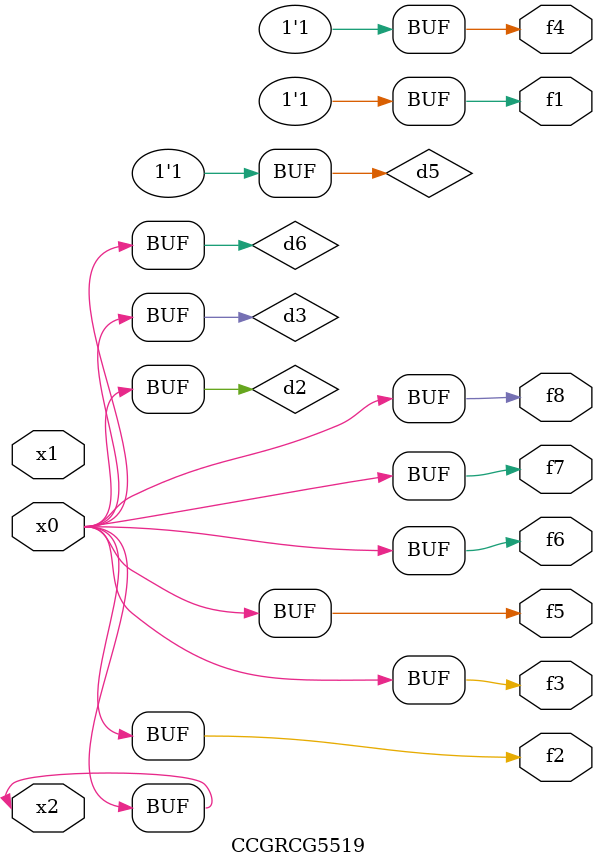
<source format=v>
module CCGRCG5519(
	input x0, x1, x2,
	output f1, f2, f3, f4, f5, f6, f7, f8
);

	wire d1, d2, d3, d4, d5, d6;

	xnor (d1, x2);
	buf (d2, x0, x2);
	and (d3, x0);
	xnor (d4, x1, x2);
	nand (d5, d1, d3);
	buf (d6, d2, d3);
	assign f1 = d5;
	assign f2 = d6;
	assign f3 = d6;
	assign f4 = d5;
	assign f5 = d6;
	assign f6 = d6;
	assign f7 = d6;
	assign f8 = d6;
endmodule

</source>
